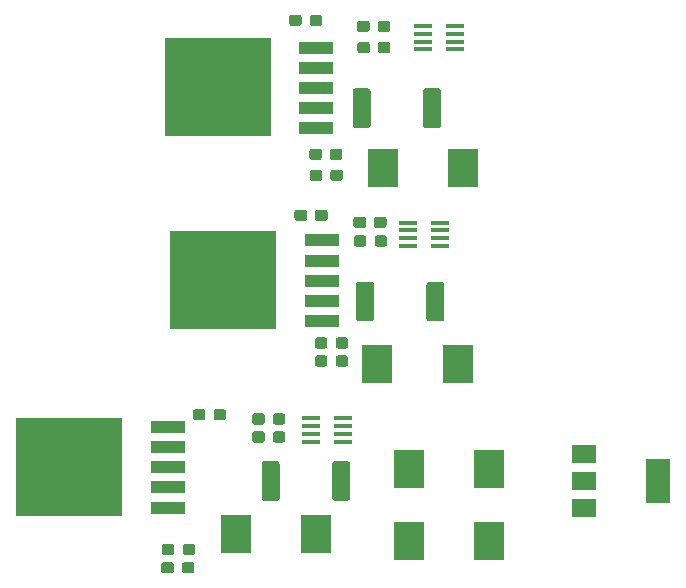
<source format=gbr>
G04 #@! TF.GenerationSoftware,KiCad,Pcbnew,6.0.0-rc1-unknown-7a10feb~66~ubuntu18.04.1*
G04 #@! TF.CreationDate,2018-08-22T16:05:21-05:00*
G04 #@! TF.ProjectId,smart-regulator,736D6172742D726567756C61746F722E,rev?*
G04 #@! TF.SameCoordinates,Original*
G04 #@! TF.FileFunction,Paste,Bot*
G04 #@! TF.FilePolarity,Positive*
%FSLAX46Y46*%
G04 Gerber Fmt 4.6, Leading zero omitted, Abs format (unit mm)*
G04 Created by KiCad (PCBNEW 6.0.0-rc1-unknown-7a10feb~66~ubuntu18.04.1) date Wed Aug 22 16:05:21 2018*
%MOMM*%
%LPD*%
G01*
G04 APERTURE LIST*
%ADD10R,1.560000X0.400000*%
%ADD11R,9.000000X8.330000*%
%ADD12R,3.000000X1.070000*%
%ADD13C,0.100000*%
%ADD14C,0.950000*%
%ADD15C,1.525000*%
%ADD16R,2.000000X3.800000*%
%ADD17R,2.000000X1.500000*%
%ADD18R,2.500000X3.300000*%
G04 APERTURE END LIST*
D10*
G04 #@! TO.C,U9*
X155116000Y-106846000D03*
X155116000Y-106196000D03*
X155116000Y-105536000D03*
X155116000Y-104886000D03*
X152416000Y-104886000D03*
X152416000Y-105536000D03*
X152416000Y-106196000D03*
X152416000Y-106846000D03*
G04 #@! TD*
D11*
G04 #@! TO.C,U4*
X123750000Y-125560000D03*
D12*
X132050000Y-122200000D03*
X132050000Y-125600000D03*
X132050000Y-123900000D03*
X132050000Y-127300000D03*
X132050000Y-129000000D03*
G04 #@! TD*
G04 #@! TO.C,U5*
X144587000Y-96850000D03*
X144587000Y-95150000D03*
X144587000Y-91750000D03*
X144587000Y-93450000D03*
X144587000Y-90050000D03*
D11*
X136287000Y-93410000D03*
G04 #@! TD*
D13*
G04 #@! TO.C,R12*
G36*
X145372779Y-114593144D02*
X145395834Y-114596563D01*
X145418443Y-114602227D01*
X145440387Y-114610079D01*
X145461457Y-114620044D01*
X145481448Y-114632026D01*
X145500168Y-114645910D01*
X145517438Y-114661562D01*
X145533090Y-114678832D01*
X145546974Y-114697552D01*
X145558956Y-114717543D01*
X145568921Y-114738613D01*
X145576773Y-114760557D01*
X145582437Y-114783166D01*
X145585856Y-114806221D01*
X145587000Y-114829500D01*
X145587000Y-115304500D01*
X145585856Y-115327779D01*
X145582437Y-115350834D01*
X145576773Y-115373443D01*
X145568921Y-115395387D01*
X145558956Y-115416457D01*
X145546974Y-115436448D01*
X145533090Y-115455168D01*
X145517438Y-115472438D01*
X145500168Y-115488090D01*
X145481448Y-115501974D01*
X145461457Y-115513956D01*
X145440387Y-115523921D01*
X145418443Y-115531773D01*
X145395834Y-115537437D01*
X145372779Y-115540856D01*
X145349500Y-115542000D01*
X144774500Y-115542000D01*
X144751221Y-115540856D01*
X144728166Y-115537437D01*
X144705557Y-115531773D01*
X144683613Y-115523921D01*
X144662543Y-115513956D01*
X144642552Y-115501974D01*
X144623832Y-115488090D01*
X144606562Y-115472438D01*
X144590910Y-115455168D01*
X144577026Y-115436448D01*
X144565044Y-115416457D01*
X144555079Y-115395387D01*
X144547227Y-115373443D01*
X144541563Y-115350834D01*
X144538144Y-115327779D01*
X144537000Y-115304500D01*
X144537000Y-114829500D01*
X144538144Y-114806221D01*
X144541563Y-114783166D01*
X144547227Y-114760557D01*
X144555079Y-114738613D01*
X144565044Y-114717543D01*
X144577026Y-114697552D01*
X144590910Y-114678832D01*
X144606562Y-114661562D01*
X144623832Y-114645910D01*
X144642552Y-114632026D01*
X144662543Y-114620044D01*
X144683613Y-114610079D01*
X144705557Y-114602227D01*
X144728166Y-114596563D01*
X144751221Y-114593144D01*
X144774500Y-114592000D01*
X145349500Y-114592000D01*
X145372779Y-114593144D01*
X145372779Y-114593144D01*
G37*
D14*
X145062000Y-115067000D03*
D13*
G36*
X147122779Y-114593144D02*
X147145834Y-114596563D01*
X147168443Y-114602227D01*
X147190387Y-114610079D01*
X147211457Y-114620044D01*
X147231448Y-114632026D01*
X147250168Y-114645910D01*
X147267438Y-114661562D01*
X147283090Y-114678832D01*
X147296974Y-114697552D01*
X147308956Y-114717543D01*
X147318921Y-114738613D01*
X147326773Y-114760557D01*
X147332437Y-114783166D01*
X147335856Y-114806221D01*
X147337000Y-114829500D01*
X147337000Y-115304500D01*
X147335856Y-115327779D01*
X147332437Y-115350834D01*
X147326773Y-115373443D01*
X147318921Y-115395387D01*
X147308956Y-115416457D01*
X147296974Y-115436448D01*
X147283090Y-115455168D01*
X147267438Y-115472438D01*
X147250168Y-115488090D01*
X147231448Y-115501974D01*
X147211457Y-115513956D01*
X147190387Y-115523921D01*
X147168443Y-115531773D01*
X147145834Y-115537437D01*
X147122779Y-115540856D01*
X147099500Y-115542000D01*
X146524500Y-115542000D01*
X146501221Y-115540856D01*
X146478166Y-115537437D01*
X146455557Y-115531773D01*
X146433613Y-115523921D01*
X146412543Y-115513956D01*
X146392552Y-115501974D01*
X146373832Y-115488090D01*
X146356562Y-115472438D01*
X146340910Y-115455168D01*
X146327026Y-115436448D01*
X146315044Y-115416457D01*
X146305079Y-115395387D01*
X146297227Y-115373443D01*
X146291563Y-115350834D01*
X146288144Y-115327779D01*
X146287000Y-115304500D01*
X146287000Y-114829500D01*
X146288144Y-114806221D01*
X146291563Y-114783166D01*
X146297227Y-114760557D01*
X146305079Y-114738613D01*
X146315044Y-114717543D01*
X146327026Y-114697552D01*
X146340910Y-114678832D01*
X146356562Y-114661562D01*
X146373832Y-114645910D01*
X146392552Y-114632026D01*
X146412543Y-114620044D01*
X146433613Y-114610079D01*
X146455557Y-114602227D01*
X146478166Y-114596563D01*
X146501221Y-114593144D01*
X146524500Y-114592000D01*
X147099500Y-114592000D01*
X147122779Y-114593144D01*
X147122779Y-114593144D01*
G37*
D14*
X146812000Y-115067000D03*
G04 #@! TD*
D13*
G04 #@! TO.C,R13*
G36*
X132410779Y-132076144D02*
X132433834Y-132079563D01*
X132456443Y-132085227D01*
X132478387Y-132093079D01*
X132499457Y-132103044D01*
X132519448Y-132115026D01*
X132538168Y-132128910D01*
X132555438Y-132144562D01*
X132571090Y-132161832D01*
X132584974Y-132180552D01*
X132596956Y-132200543D01*
X132606921Y-132221613D01*
X132614773Y-132243557D01*
X132620437Y-132266166D01*
X132623856Y-132289221D01*
X132625000Y-132312500D01*
X132625000Y-132787500D01*
X132623856Y-132810779D01*
X132620437Y-132833834D01*
X132614773Y-132856443D01*
X132606921Y-132878387D01*
X132596956Y-132899457D01*
X132584974Y-132919448D01*
X132571090Y-132938168D01*
X132555438Y-132955438D01*
X132538168Y-132971090D01*
X132519448Y-132984974D01*
X132499457Y-132996956D01*
X132478387Y-133006921D01*
X132456443Y-133014773D01*
X132433834Y-133020437D01*
X132410779Y-133023856D01*
X132387500Y-133025000D01*
X131812500Y-133025000D01*
X131789221Y-133023856D01*
X131766166Y-133020437D01*
X131743557Y-133014773D01*
X131721613Y-133006921D01*
X131700543Y-132996956D01*
X131680552Y-132984974D01*
X131661832Y-132971090D01*
X131644562Y-132955438D01*
X131628910Y-132938168D01*
X131615026Y-132919448D01*
X131603044Y-132899457D01*
X131593079Y-132878387D01*
X131585227Y-132856443D01*
X131579563Y-132833834D01*
X131576144Y-132810779D01*
X131575000Y-132787500D01*
X131575000Y-132312500D01*
X131576144Y-132289221D01*
X131579563Y-132266166D01*
X131585227Y-132243557D01*
X131593079Y-132221613D01*
X131603044Y-132200543D01*
X131615026Y-132180552D01*
X131628910Y-132161832D01*
X131644562Y-132144562D01*
X131661832Y-132128910D01*
X131680552Y-132115026D01*
X131700543Y-132103044D01*
X131721613Y-132093079D01*
X131743557Y-132085227D01*
X131766166Y-132079563D01*
X131789221Y-132076144D01*
X131812500Y-132075000D01*
X132387500Y-132075000D01*
X132410779Y-132076144D01*
X132410779Y-132076144D01*
G37*
D14*
X132100000Y-132550000D03*
D13*
G36*
X134160779Y-132076144D02*
X134183834Y-132079563D01*
X134206443Y-132085227D01*
X134228387Y-132093079D01*
X134249457Y-132103044D01*
X134269448Y-132115026D01*
X134288168Y-132128910D01*
X134305438Y-132144562D01*
X134321090Y-132161832D01*
X134334974Y-132180552D01*
X134346956Y-132200543D01*
X134356921Y-132221613D01*
X134364773Y-132243557D01*
X134370437Y-132266166D01*
X134373856Y-132289221D01*
X134375000Y-132312500D01*
X134375000Y-132787500D01*
X134373856Y-132810779D01*
X134370437Y-132833834D01*
X134364773Y-132856443D01*
X134356921Y-132878387D01*
X134346956Y-132899457D01*
X134334974Y-132919448D01*
X134321090Y-132938168D01*
X134305438Y-132955438D01*
X134288168Y-132971090D01*
X134269448Y-132984974D01*
X134249457Y-132996956D01*
X134228387Y-133006921D01*
X134206443Y-133014773D01*
X134183834Y-133020437D01*
X134160779Y-133023856D01*
X134137500Y-133025000D01*
X133562500Y-133025000D01*
X133539221Y-133023856D01*
X133516166Y-133020437D01*
X133493557Y-133014773D01*
X133471613Y-133006921D01*
X133450543Y-132996956D01*
X133430552Y-132984974D01*
X133411832Y-132971090D01*
X133394562Y-132955438D01*
X133378910Y-132938168D01*
X133365026Y-132919448D01*
X133353044Y-132899457D01*
X133343079Y-132878387D01*
X133335227Y-132856443D01*
X133329563Y-132833834D01*
X133326144Y-132810779D01*
X133325000Y-132787500D01*
X133325000Y-132312500D01*
X133326144Y-132289221D01*
X133329563Y-132266166D01*
X133335227Y-132243557D01*
X133343079Y-132221613D01*
X133353044Y-132200543D01*
X133365026Y-132180552D01*
X133378910Y-132161832D01*
X133394562Y-132144562D01*
X133411832Y-132128910D01*
X133430552Y-132115026D01*
X133450543Y-132103044D01*
X133471613Y-132093079D01*
X133493557Y-132085227D01*
X133516166Y-132079563D01*
X133539221Y-132076144D01*
X133562500Y-132075000D01*
X134137500Y-132075000D01*
X134160779Y-132076144D01*
X134160779Y-132076144D01*
G37*
D14*
X133850000Y-132550000D03*
G04 #@! TD*
D13*
G04 #@! TO.C,R14*
G36*
X132360779Y-133626144D02*
X132383834Y-133629563D01*
X132406443Y-133635227D01*
X132428387Y-133643079D01*
X132449457Y-133653044D01*
X132469448Y-133665026D01*
X132488168Y-133678910D01*
X132505438Y-133694562D01*
X132521090Y-133711832D01*
X132534974Y-133730552D01*
X132546956Y-133750543D01*
X132556921Y-133771613D01*
X132564773Y-133793557D01*
X132570437Y-133816166D01*
X132573856Y-133839221D01*
X132575000Y-133862500D01*
X132575000Y-134337500D01*
X132573856Y-134360779D01*
X132570437Y-134383834D01*
X132564773Y-134406443D01*
X132556921Y-134428387D01*
X132546956Y-134449457D01*
X132534974Y-134469448D01*
X132521090Y-134488168D01*
X132505438Y-134505438D01*
X132488168Y-134521090D01*
X132469448Y-134534974D01*
X132449457Y-134546956D01*
X132428387Y-134556921D01*
X132406443Y-134564773D01*
X132383834Y-134570437D01*
X132360779Y-134573856D01*
X132337500Y-134575000D01*
X131762500Y-134575000D01*
X131739221Y-134573856D01*
X131716166Y-134570437D01*
X131693557Y-134564773D01*
X131671613Y-134556921D01*
X131650543Y-134546956D01*
X131630552Y-134534974D01*
X131611832Y-134521090D01*
X131594562Y-134505438D01*
X131578910Y-134488168D01*
X131565026Y-134469448D01*
X131553044Y-134449457D01*
X131543079Y-134428387D01*
X131535227Y-134406443D01*
X131529563Y-134383834D01*
X131526144Y-134360779D01*
X131525000Y-134337500D01*
X131525000Y-133862500D01*
X131526144Y-133839221D01*
X131529563Y-133816166D01*
X131535227Y-133793557D01*
X131543079Y-133771613D01*
X131553044Y-133750543D01*
X131565026Y-133730552D01*
X131578910Y-133711832D01*
X131594562Y-133694562D01*
X131611832Y-133678910D01*
X131630552Y-133665026D01*
X131650543Y-133653044D01*
X131671613Y-133643079D01*
X131693557Y-133635227D01*
X131716166Y-133629563D01*
X131739221Y-133626144D01*
X131762500Y-133625000D01*
X132337500Y-133625000D01*
X132360779Y-133626144D01*
X132360779Y-133626144D01*
G37*
D14*
X132050000Y-134100000D03*
D13*
G36*
X134110779Y-133626144D02*
X134133834Y-133629563D01*
X134156443Y-133635227D01*
X134178387Y-133643079D01*
X134199457Y-133653044D01*
X134219448Y-133665026D01*
X134238168Y-133678910D01*
X134255438Y-133694562D01*
X134271090Y-133711832D01*
X134284974Y-133730552D01*
X134296956Y-133750543D01*
X134306921Y-133771613D01*
X134314773Y-133793557D01*
X134320437Y-133816166D01*
X134323856Y-133839221D01*
X134325000Y-133862500D01*
X134325000Y-134337500D01*
X134323856Y-134360779D01*
X134320437Y-134383834D01*
X134314773Y-134406443D01*
X134306921Y-134428387D01*
X134296956Y-134449457D01*
X134284974Y-134469448D01*
X134271090Y-134488168D01*
X134255438Y-134505438D01*
X134238168Y-134521090D01*
X134219448Y-134534974D01*
X134199457Y-134546956D01*
X134178387Y-134556921D01*
X134156443Y-134564773D01*
X134133834Y-134570437D01*
X134110779Y-134573856D01*
X134087500Y-134575000D01*
X133512500Y-134575000D01*
X133489221Y-134573856D01*
X133466166Y-134570437D01*
X133443557Y-134564773D01*
X133421613Y-134556921D01*
X133400543Y-134546956D01*
X133380552Y-134534974D01*
X133361832Y-134521090D01*
X133344562Y-134505438D01*
X133328910Y-134488168D01*
X133315026Y-134469448D01*
X133303044Y-134449457D01*
X133293079Y-134428387D01*
X133285227Y-134406443D01*
X133279563Y-134383834D01*
X133276144Y-134360779D01*
X133275000Y-134337500D01*
X133275000Y-133862500D01*
X133276144Y-133839221D01*
X133279563Y-133816166D01*
X133285227Y-133793557D01*
X133293079Y-133771613D01*
X133303044Y-133750543D01*
X133315026Y-133730552D01*
X133328910Y-133711832D01*
X133344562Y-133694562D01*
X133361832Y-133678910D01*
X133380552Y-133665026D01*
X133400543Y-133653044D01*
X133421613Y-133643079D01*
X133443557Y-133635227D01*
X133466166Y-133629563D01*
X133489221Y-133626144D01*
X133512500Y-133625000D01*
X134087500Y-133625000D01*
X134110779Y-133626144D01*
X134110779Y-133626144D01*
G37*
D14*
X133800000Y-134100000D03*
G04 #@! TD*
D13*
G04 #@! TO.C,R15*
G36*
X146647779Y-98611144D02*
X146670834Y-98614563D01*
X146693443Y-98620227D01*
X146715387Y-98628079D01*
X146736457Y-98638044D01*
X146756448Y-98650026D01*
X146775168Y-98663910D01*
X146792438Y-98679562D01*
X146808090Y-98696832D01*
X146821974Y-98715552D01*
X146833956Y-98735543D01*
X146843921Y-98756613D01*
X146851773Y-98778557D01*
X146857437Y-98801166D01*
X146860856Y-98824221D01*
X146862000Y-98847500D01*
X146862000Y-99322500D01*
X146860856Y-99345779D01*
X146857437Y-99368834D01*
X146851773Y-99391443D01*
X146843921Y-99413387D01*
X146833956Y-99434457D01*
X146821974Y-99454448D01*
X146808090Y-99473168D01*
X146792438Y-99490438D01*
X146775168Y-99506090D01*
X146756448Y-99519974D01*
X146736457Y-99531956D01*
X146715387Y-99541921D01*
X146693443Y-99549773D01*
X146670834Y-99555437D01*
X146647779Y-99558856D01*
X146624500Y-99560000D01*
X146049500Y-99560000D01*
X146026221Y-99558856D01*
X146003166Y-99555437D01*
X145980557Y-99549773D01*
X145958613Y-99541921D01*
X145937543Y-99531956D01*
X145917552Y-99519974D01*
X145898832Y-99506090D01*
X145881562Y-99490438D01*
X145865910Y-99473168D01*
X145852026Y-99454448D01*
X145840044Y-99434457D01*
X145830079Y-99413387D01*
X145822227Y-99391443D01*
X145816563Y-99368834D01*
X145813144Y-99345779D01*
X145812000Y-99322500D01*
X145812000Y-98847500D01*
X145813144Y-98824221D01*
X145816563Y-98801166D01*
X145822227Y-98778557D01*
X145830079Y-98756613D01*
X145840044Y-98735543D01*
X145852026Y-98715552D01*
X145865910Y-98696832D01*
X145881562Y-98679562D01*
X145898832Y-98663910D01*
X145917552Y-98650026D01*
X145937543Y-98638044D01*
X145958613Y-98628079D01*
X145980557Y-98620227D01*
X146003166Y-98614563D01*
X146026221Y-98611144D01*
X146049500Y-98610000D01*
X146624500Y-98610000D01*
X146647779Y-98611144D01*
X146647779Y-98611144D01*
G37*
D14*
X146337000Y-99085000D03*
D13*
G36*
X144897779Y-98611144D02*
X144920834Y-98614563D01*
X144943443Y-98620227D01*
X144965387Y-98628079D01*
X144986457Y-98638044D01*
X145006448Y-98650026D01*
X145025168Y-98663910D01*
X145042438Y-98679562D01*
X145058090Y-98696832D01*
X145071974Y-98715552D01*
X145083956Y-98735543D01*
X145093921Y-98756613D01*
X145101773Y-98778557D01*
X145107437Y-98801166D01*
X145110856Y-98824221D01*
X145112000Y-98847500D01*
X145112000Y-99322500D01*
X145110856Y-99345779D01*
X145107437Y-99368834D01*
X145101773Y-99391443D01*
X145093921Y-99413387D01*
X145083956Y-99434457D01*
X145071974Y-99454448D01*
X145058090Y-99473168D01*
X145042438Y-99490438D01*
X145025168Y-99506090D01*
X145006448Y-99519974D01*
X144986457Y-99531956D01*
X144965387Y-99541921D01*
X144943443Y-99549773D01*
X144920834Y-99555437D01*
X144897779Y-99558856D01*
X144874500Y-99560000D01*
X144299500Y-99560000D01*
X144276221Y-99558856D01*
X144253166Y-99555437D01*
X144230557Y-99549773D01*
X144208613Y-99541921D01*
X144187543Y-99531956D01*
X144167552Y-99519974D01*
X144148832Y-99506090D01*
X144131562Y-99490438D01*
X144115910Y-99473168D01*
X144102026Y-99454448D01*
X144090044Y-99434457D01*
X144080079Y-99413387D01*
X144072227Y-99391443D01*
X144066563Y-99368834D01*
X144063144Y-99345779D01*
X144062000Y-99322500D01*
X144062000Y-98847500D01*
X144063144Y-98824221D01*
X144066563Y-98801166D01*
X144072227Y-98778557D01*
X144080079Y-98756613D01*
X144090044Y-98735543D01*
X144102026Y-98715552D01*
X144115910Y-98696832D01*
X144131562Y-98679562D01*
X144148832Y-98663910D01*
X144167552Y-98650026D01*
X144187543Y-98638044D01*
X144208613Y-98628079D01*
X144230557Y-98620227D01*
X144253166Y-98614563D01*
X144276221Y-98611144D01*
X144299500Y-98610000D01*
X144874500Y-98610000D01*
X144897779Y-98611144D01*
X144897779Y-98611144D01*
G37*
D14*
X144587000Y-99085000D03*
G04 #@! TD*
D13*
G04 #@! TO.C,R16*
G36*
X146672779Y-100386144D02*
X146695834Y-100389563D01*
X146718443Y-100395227D01*
X146740387Y-100403079D01*
X146761457Y-100413044D01*
X146781448Y-100425026D01*
X146800168Y-100438910D01*
X146817438Y-100454562D01*
X146833090Y-100471832D01*
X146846974Y-100490552D01*
X146858956Y-100510543D01*
X146868921Y-100531613D01*
X146876773Y-100553557D01*
X146882437Y-100576166D01*
X146885856Y-100599221D01*
X146887000Y-100622500D01*
X146887000Y-101097500D01*
X146885856Y-101120779D01*
X146882437Y-101143834D01*
X146876773Y-101166443D01*
X146868921Y-101188387D01*
X146858956Y-101209457D01*
X146846974Y-101229448D01*
X146833090Y-101248168D01*
X146817438Y-101265438D01*
X146800168Y-101281090D01*
X146781448Y-101294974D01*
X146761457Y-101306956D01*
X146740387Y-101316921D01*
X146718443Y-101324773D01*
X146695834Y-101330437D01*
X146672779Y-101333856D01*
X146649500Y-101335000D01*
X146074500Y-101335000D01*
X146051221Y-101333856D01*
X146028166Y-101330437D01*
X146005557Y-101324773D01*
X145983613Y-101316921D01*
X145962543Y-101306956D01*
X145942552Y-101294974D01*
X145923832Y-101281090D01*
X145906562Y-101265438D01*
X145890910Y-101248168D01*
X145877026Y-101229448D01*
X145865044Y-101209457D01*
X145855079Y-101188387D01*
X145847227Y-101166443D01*
X145841563Y-101143834D01*
X145838144Y-101120779D01*
X145837000Y-101097500D01*
X145837000Y-100622500D01*
X145838144Y-100599221D01*
X145841563Y-100576166D01*
X145847227Y-100553557D01*
X145855079Y-100531613D01*
X145865044Y-100510543D01*
X145877026Y-100490552D01*
X145890910Y-100471832D01*
X145906562Y-100454562D01*
X145923832Y-100438910D01*
X145942552Y-100425026D01*
X145962543Y-100413044D01*
X145983613Y-100403079D01*
X146005557Y-100395227D01*
X146028166Y-100389563D01*
X146051221Y-100386144D01*
X146074500Y-100385000D01*
X146649500Y-100385000D01*
X146672779Y-100386144D01*
X146672779Y-100386144D01*
G37*
D14*
X146362000Y-100860000D03*
D13*
G36*
X144922779Y-100386144D02*
X144945834Y-100389563D01*
X144968443Y-100395227D01*
X144990387Y-100403079D01*
X145011457Y-100413044D01*
X145031448Y-100425026D01*
X145050168Y-100438910D01*
X145067438Y-100454562D01*
X145083090Y-100471832D01*
X145096974Y-100490552D01*
X145108956Y-100510543D01*
X145118921Y-100531613D01*
X145126773Y-100553557D01*
X145132437Y-100576166D01*
X145135856Y-100599221D01*
X145137000Y-100622500D01*
X145137000Y-101097500D01*
X145135856Y-101120779D01*
X145132437Y-101143834D01*
X145126773Y-101166443D01*
X145118921Y-101188387D01*
X145108956Y-101209457D01*
X145096974Y-101229448D01*
X145083090Y-101248168D01*
X145067438Y-101265438D01*
X145050168Y-101281090D01*
X145031448Y-101294974D01*
X145011457Y-101306956D01*
X144990387Y-101316921D01*
X144968443Y-101324773D01*
X144945834Y-101330437D01*
X144922779Y-101333856D01*
X144899500Y-101335000D01*
X144324500Y-101335000D01*
X144301221Y-101333856D01*
X144278166Y-101330437D01*
X144255557Y-101324773D01*
X144233613Y-101316921D01*
X144212543Y-101306956D01*
X144192552Y-101294974D01*
X144173832Y-101281090D01*
X144156562Y-101265438D01*
X144140910Y-101248168D01*
X144127026Y-101229448D01*
X144115044Y-101209457D01*
X144105079Y-101188387D01*
X144097227Y-101166443D01*
X144091563Y-101143834D01*
X144088144Y-101120779D01*
X144087000Y-101097500D01*
X144087000Y-100622500D01*
X144088144Y-100599221D01*
X144091563Y-100576166D01*
X144097227Y-100553557D01*
X144105079Y-100531613D01*
X144115044Y-100510543D01*
X144127026Y-100490552D01*
X144140910Y-100471832D01*
X144156562Y-100454562D01*
X144173832Y-100438910D01*
X144192552Y-100425026D01*
X144212543Y-100413044D01*
X144233613Y-100403079D01*
X144255557Y-100395227D01*
X144278166Y-100389563D01*
X144301221Y-100386144D01*
X144324500Y-100385000D01*
X144899500Y-100385000D01*
X144922779Y-100386144D01*
X144922779Y-100386144D01*
G37*
D14*
X144612000Y-100860000D03*
G04 #@! TD*
D13*
G04 #@! TO.C,C8*
G36*
X148938779Y-87783144D02*
X148961834Y-87786563D01*
X148984443Y-87792227D01*
X149006387Y-87800079D01*
X149027457Y-87810044D01*
X149047448Y-87822026D01*
X149066168Y-87835910D01*
X149083438Y-87851562D01*
X149099090Y-87868832D01*
X149112974Y-87887552D01*
X149124956Y-87907543D01*
X149134921Y-87928613D01*
X149142773Y-87950557D01*
X149148437Y-87973166D01*
X149151856Y-87996221D01*
X149153000Y-88019500D01*
X149153000Y-88494500D01*
X149151856Y-88517779D01*
X149148437Y-88540834D01*
X149142773Y-88563443D01*
X149134921Y-88585387D01*
X149124956Y-88606457D01*
X149112974Y-88626448D01*
X149099090Y-88645168D01*
X149083438Y-88662438D01*
X149066168Y-88678090D01*
X149047448Y-88691974D01*
X149027457Y-88703956D01*
X149006387Y-88713921D01*
X148984443Y-88721773D01*
X148961834Y-88727437D01*
X148938779Y-88730856D01*
X148915500Y-88732000D01*
X148340500Y-88732000D01*
X148317221Y-88730856D01*
X148294166Y-88727437D01*
X148271557Y-88721773D01*
X148249613Y-88713921D01*
X148228543Y-88703956D01*
X148208552Y-88691974D01*
X148189832Y-88678090D01*
X148172562Y-88662438D01*
X148156910Y-88645168D01*
X148143026Y-88626448D01*
X148131044Y-88606457D01*
X148121079Y-88585387D01*
X148113227Y-88563443D01*
X148107563Y-88540834D01*
X148104144Y-88517779D01*
X148103000Y-88494500D01*
X148103000Y-88019500D01*
X148104144Y-87996221D01*
X148107563Y-87973166D01*
X148113227Y-87950557D01*
X148121079Y-87928613D01*
X148131044Y-87907543D01*
X148143026Y-87887552D01*
X148156910Y-87868832D01*
X148172562Y-87851562D01*
X148189832Y-87835910D01*
X148208552Y-87822026D01*
X148228543Y-87810044D01*
X148249613Y-87800079D01*
X148271557Y-87792227D01*
X148294166Y-87786563D01*
X148317221Y-87783144D01*
X148340500Y-87782000D01*
X148915500Y-87782000D01*
X148938779Y-87783144D01*
X148938779Y-87783144D01*
G37*
D14*
X148628000Y-88257000D03*
D13*
G36*
X150688779Y-87783144D02*
X150711834Y-87786563D01*
X150734443Y-87792227D01*
X150756387Y-87800079D01*
X150777457Y-87810044D01*
X150797448Y-87822026D01*
X150816168Y-87835910D01*
X150833438Y-87851562D01*
X150849090Y-87868832D01*
X150862974Y-87887552D01*
X150874956Y-87907543D01*
X150884921Y-87928613D01*
X150892773Y-87950557D01*
X150898437Y-87973166D01*
X150901856Y-87996221D01*
X150903000Y-88019500D01*
X150903000Y-88494500D01*
X150901856Y-88517779D01*
X150898437Y-88540834D01*
X150892773Y-88563443D01*
X150884921Y-88585387D01*
X150874956Y-88606457D01*
X150862974Y-88626448D01*
X150849090Y-88645168D01*
X150833438Y-88662438D01*
X150816168Y-88678090D01*
X150797448Y-88691974D01*
X150777457Y-88703956D01*
X150756387Y-88713921D01*
X150734443Y-88721773D01*
X150711834Y-88727437D01*
X150688779Y-88730856D01*
X150665500Y-88732000D01*
X150090500Y-88732000D01*
X150067221Y-88730856D01*
X150044166Y-88727437D01*
X150021557Y-88721773D01*
X149999613Y-88713921D01*
X149978543Y-88703956D01*
X149958552Y-88691974D01*
X149939832Y-88678090D01*
X149922562Y-88662438D01*
X149906910Y-88645168D01*
X149893026Y-88626448D01*
X149881044Y-88606457D01*
X149871079Y-88585387D01*
X149863227Y-88563443D01*
X149857563Y-88540834D01*
X149854144Y-88517779D01*
X149853000Y-88494500D01*
X149853000Y-88019500D01*
X149854144Y-87996221D01*
X149857563Y-87973166D01*
X149863227Y-87950557D01*
X149871079Y-87928613D01*
X149881044Y-87907543D01*
X149893026Y-87887552D01*
X149906910Y-87868832D01*
X149922562Y-87851562D01*
X149939832Y-87835910D01*
X149958552Y-87822026D01*
X149978543Y-87810044D01*
X149999613Y-87800079D01*
X150021557Y-87792227D01*
X150044166Y-87786563D01*
X150067221Y-87783144D01*
X150090500Y-87782000D01*
X150665500Y-87782000D01*
X150688779Y-87783144D01*
X150688779Y-87783144D01*
G37*
D14*
X150378000Y-88257000D03*
G04 #@! TD*
D13*
G04 #@! TO.C,C9*
G36*
X150376779Y-104372144D02*
X150399834Y-104375563D01*
X150422443Y-104381227D01*
X150444387Y-104389079D01*
X150465457Y-104399044D01*
X150485448Y-104411026D01*
X150504168Y-104424910D01*
X150521438Y-104440562D01*
X150537090Y-104457832D01*
X150550974Y-104476552D01*
X150562956Y-104496543D01*
X150572921Y-104517613D01*
X150580773Y-104539557D01*
X150586437Y-104562166D01*
X150589856Y-104585221D01*
X150591000Y-104608500D01*
X150591000Y-105083500D01*
X150589856Y-105106779D01*
X150586437Y-105129834D01*
X150580773Y-105152443D01*
X150572921Y-105174387D01*
X150562956Y-105195457D01*
X150550974Y-105215448D01*
X150537090Y-105234168D01*
X150521438Y-105251438D01*
X150504168Y-105267090D01*
X150485448Y-105280974D01*
X150465457Y-105292956D01*
X150444387Y-105302921D01*
X150422443Y-105310773D01*
X150399834Y-105316437D01*
X150376779Y-105319856D01*
X150353500Y-105321000D01*
X149778500Y-105321000D01*
X149755221Y-105319856D01*
X149732166Y-105316437D01*
X149709557Y-105310773D01*
X149687613Y-105302921D01*
X149666543Y-105292956D01*
X149646552Y-105280974D01*
X149627832Y-105267090D01*
X149610562Y-105251438D01*
X149594910Y-105234168D01*
X149581026Y-105215448D01*
X149569044Y-105195457D01*
X149559079Y-105174387D01*
X149551227Y-105152443D01*
X149545563Y-105129834D01*
X149542144Y-105106779D01*
X149541000Y-105083500D01*
X149541000Y-104608500D01*
X149542144Y-104585221D01*
X149545563Y-104562166D01*
X149551227Y-104539557D01*
X149559079Y-104517613D01*
X149569044Y-104496543D01*
X149581026Y-104476552D01*
X149594910Y-104457832D01*
X149610562Y-104440562D01*
X149627832Y-104424910D01*
X149646552Y-104411026D01*
X149666543Y-104399044D01*
X149687613Y-104389079D01*
X149709557Y-104381227D01*
X149732166Y-104375563D01*
X149755221Y-104372144D01*
X149778500Y-104371000D01*
X150353500Y-104371000D01*
X150376779Y-104372144D01*
X150376779Y-104372144D01*
G37*
D14*
X150066000Y-104846000D03*
D13*
G36*
X148626779Y-104372144D02*
X148649834Y-104375563D01*
X148672443Y-104381227D01*
X148694387Y-104389079D01*
X148715457Y-104399044D01*
X148735448Y-104411026D01*
X148754168Y-104424910D01*
X148771438Y-104440562D01*
X148787090Y-104457832D01*
X148800974Y-104476552D01*
X148812956Y-104496543D01*
X148822921Y-104517613D01*
X148830773Y-104539557D01*
X148836437Y-104562166D01*
X148839856Y-104585221D01*
X148841000Y-104608500D01*
X148841000Y-105083500D01*
X148839856Y-105106779D01*
X148836437Y-105129834D01*
X148830773Y-105152443D01*
X148822921Y-105174387D01*
X148812956Y-105195457D01*
X148800974Y-105215448D01*
X148787090Y-105234168D01*
X148771438Y-105251438D01*
X148754168Y-105267090D01*
X148735448Y-105280974D01*
X148715457Y-105292956D01*
X148694387Y-105302921D01*
X148672443Y-105310773D01*
X148649834Y-105316437D01*
X148626779Y-105319856D01*
X148603500Y-105321000D01*
X148028500Y-105321000D01*
X148005221Y-105319856D01*
X147982166Y-105316437D01*
X147959557Y-105310773D01*
X147937613Y-105302921D01*
X147916543Y-105292956D01*
X147896552Y-105280974D01*
X147877832Y-105267090D01*
X147860562Y-105251438D01*
X147844910Y-105234168D01*
X147831026Y-105215448D01*
X147819044Y-105195457D01*
X147809079Y-105174387D01*
X147801227Y-105152443D01*
X147795563Y-105129834D01*
X147792144Y-105106779D01*
X147791000Y-105083500D01*
X147791000Y-104608500D01*
X147792144Y-104585221D01*
X147795563Y-104562166D01*
X147801227Y-104539557D01*
X147809079Y-104517613D01*
X147819044Y-104496543D01*
X147831026Y-104476552D01*
X147844910Y-104457832D01*
X147860562Y-104440562D01*
X147877832Y-104424910D01*
X147896552Y-104411026D01*
X147916543Y-104399044D01*
X147937613Y-104389079D01*
X147959557Y-104381227D01*
X147982166Y-104375563D01*
X148005221Y-104372144D01*
X148028500Y-104371000D01*
X148603500Y-104371000D01*
X148626779Y-104372144D01*
X148626779Y-104372144D01*
G37*
D14*
X148316000Y-104846000D03*
G04 #@! TD*
D13*
G04 #@! TO.C,C10*
G36*
X140060779Y-121026144D02*
X140083834Y-121029563D01*
X140106443Y-121035227D01*
X140128387Y-121043079D01*
X140149457Y-121053044D01*
X140169448Y-121065026D01*
X140188168Y-121078910D01*
X140205438Y-121094562D01*
X140221090Y-121111832D01*
X140234974Y-121130552D01*
X140246956Y-121150543D01*
X140256921Y-121171613D01*
X140264773Y-121193557D01*
X140270437Y-121216166D01*
X140273856Y-121239221D01*
X140275000Y-121262500D01*
X140275000Y-121737500D01*
X140273856Y-121760779D01*
X140270437Y-121783834D01*
X140264773Y-121806443D01*
X140256921Y-121828387D01*
X140246956Y-121849457D01*
X140234974Y-121869448D01*
X140221090Y-121888168D01*
X140205438Y-121905438D01*
X140188168Y-121921090D01*
X140169448Y-121934974D01*
X140149457Y-121946956D01*
X140128387Y-121956921D01*
X140106443Y-121964773D01*
X140083834Y-121970437D01*
X140060779Y-121973856D01*
X140037500Y-121975000D01*
X139462500Y-121975000D01*
X139439221Y-121973856D01*
X139416166Y-121970437D01*
X139393557Y-121964773D01*
X139371613Y-121956921D01*
X139350543Y-121946956D01*
X139330552Y-121934974D01*
X139311832Y-121921090D01*
X139294562Y-121905438D01*
X139278910Y-121888168D01*
X139265026Y-121869448D01*
X139253044Y-121849457D01*
X139243079Y-121828387D01*
X139235227Y-121806443D01*
X139229563Y-121783834D01*
X139226144Y-121760779D01*
X139225000Y-121737500D01*
X139225000Y-121262500D01*
X139226144Y-121239221D01*
X139229563Y-121216166D01*
X139235227Y-121193557D01*
X139243079Y-121171613D01*
X139253044Y-121150543D01*
X139265026Y-121130552D01*
X139278910Y-121111832D01*
X139294562Y-121094562D01*
X139311832Y-121078910D01*
X139330552Y-121065026D01*
X139350543Y-121053044D01*
X139371613Y-121043079D01*
X139393557Y-121035227D01*
X139416166Y-121029563D01*
X139439221Y-121026144D01*
X139462500Y-121025000D01*
X140037500Y-121025000D01*
X140060779Y-121026144D01*
X140060779Y-121026144D01*
G37*
D14*
X139750000Y-121500000D03*
D13*
G36*
X141810779Y-121026144D02*
X141833834Y-121029563D01*
X141856443Y-121035227D01*
X141878387Y-121043079D01*
X141899457Y-121053044D01*
X141919448Y-121065026D01*
X141938168Y-121078910D01*
X141955438Y-121094562D01*
X141971090Y-121111832D01*
X141984974Y-121130552D01*
X141996956Y-121150543D01*
X142006921Y-121171613D01*
X142014773Y-121193557D01*
X142020437Y-121216166D01*
X142023856Y-121239221D01*
X142025000Y-121262500D01*
X142025000Y-121737500D01*
X142023856Y-121760779D01*
X142020437Y-121783834D01*
X142014773Y-121806443D01*
X142006921Y-121828387D01*
X141996956Y-121849457D01*
X141984974Y-121869448D01*
X141971090Y-121888168D01*
X141955438Y-121905438D01*
X141938168Y-121921090D01*
X141919448Y-121934974D01*
X141899457Y-121946956D01*
X141878387Y-121956921D01*
X141856443Y-121964773D01*
X141833834Y-121970437D01*
X141810779Y-121973856D01*
X141787500Y-121975000D01*
X141212500Y-121975000D01*
X141189221Y-121973856D01*
X141166166Y-121970437D01*
X141143557Y-121964773D01*
X141121613Y-121956921D01*
X141100543Y-121946956D01*
X141080552Y-121934974D01*
X141061832Y-121921090D01*
X141044562Y-121905438D01*
X141028910Y-121888168D01*
X141015026Y-121869448D01*
X141003044Y-121849457D01*
X140993079Y-121828387D01*
X140985227Y-121806443D01*
X140979563Y-121783834D01*
X140976144Y-121760779D01*
X140975000Y-121737500D01*
X140975000Y-121262500D01*
X140976144Y-121239221D01*
X140979563Y-121216166D01*
X140985227Y-121193557D01*
X140993079Y-121171613D01*
X141003044Y-121150543D01*
X141015026Y-121130552D01*
X141028910Y-121111832D01*
X141044562Y-121094562D01*
X141061832Y-121078910D01*
X141080552Y-121065026D01*
X141100543Y-121053044D01*
X141121613Y-121043079D01*
X141143557Y-121035227D01*
X141166166Y-121029563D01*
X141189221Y-121026144D01*
X141212500Y-121025000D01*
X141787500Y-121025000D01*
X141810779Y-121026144D01*
X141810779Y-121026144D01*
G37*
D14*
X141500000Y-121500000D03*
G04 #@! TD*
D13*
G04 #@! TO.C,R7*
G36*
X149299005Y-109896204D02*
X149323273Y-109899804D01*
X149347072Y-109905765D01*
X149370171Y-109914030D01*
X149392350Y-109924520D01*
X149413393Y-109937132D01*
X149433099Y-109951747D01*
X149451277Y-109968223D01*
X149467753Y-109986401D01*
X149482368Y-110006107D01*
X149494980Y-110027150D01*
X149505470Y-110049329D01*
X149513735Y-110072428D01*
X149519696Y-110096227D01*
X149523296Y-110120495D01*
X149524500Y-110144999D01*
X149524500Y-112995001D01*
X149523296Y-113019505D01*
X149519696Y-113043773D01*
X149513735Y-113067572D01*
X149505470Y-113090671D01*
X149494980Y-113112850D01*
X149482368Y-113133893D01*
X149467753Y-113153599D01*
X149451277Y-113171777D01*
X149433099Y-113188253D01*
X149413393Y-113202868D01*
X149392350Y-113215480D01*
X149370171Y-113225970D01*
X149347072Y-113234235D01*
X149323273Y-113240196D01*
X149299005Y-113243796D01*
X149274501Y-113245000D01*
X148249499Y-113245000D01*
X148224995Y-113243796D01*
X148200727Y-113240196D01*
X148176928Y-113234235D01*
X148153829Y-113225970D01*
X148131650Y-113215480D01*
X148110607Y-113202868D01*
X148090901Y-113188253D01*
X148072723Y-113171777D01*
X148056247Y-113153599D01*
X148041632Y-113133893D01*
X148029020Y-113112850D01*
X148018530Y-113090671D01*
X148010265Y-113067572D01*
X148004304Y-113043773D01*
X148000704Y-113019505D01*
X147999500Y-112995001D01*
X147999500Y-110144999D01*
X148000704Y-110120495D01*
X148004304Y-110096227D01*
X148010265Y-110072428D01*
X148018530Y-110049329D01*
X148029020Y-110027150D01*
X148041632Y-110006107D01*
X148056247Y-109986401D01*
X148072723Y-109968223D01*
X148090901Y-109951747D01*
X148110607Y-109937132D01*
X148131650Y-109924520D01*
X148153829Y-109914030D01*
X148176928Y-109905765D01*
X148200727Y-109899804D01*
X148224995Y-109896204D01*
X148249499Y-109895000D01*
X149274501Y-109895000D01*
X149299005Y-109896204D01*
X149299005Y-109896204D01*
G37*
D15*
X148762000Y-111570000D03*
D13*
G36*
X155274005Y-109896204D02*
X155298273Y-109899804D01*
X155322072Y-109905765D01*
X155345171Y-109914030D01*
X155367350Y-109924520D01*
X155388393Y-109937132D01*
X155408099Y-109951747D01*
X155426277Y-109968223D01*
X155442753Y-109986401D01*
X155457368Y-110006107D01*
X155469980Y-110027150D01*
X155480470Y-110049329D01*
X155488735Y-110072428D01*
X155494696Y-110096227D01*
X155498296Y-110120495D01*
X155499500Y-110144999D01*
X155499500Y-112995001D01*
X155498296Y-113019505D01*
X155494696Y-113043773D01*
X155488735Y-113067572D01*
X155480470Y-113090671D01*
X155469980Y-113112850D01*
X155457368Y-113133893D01*
X155442753Y-113153599D01*
X155426277Y-113171777D01*
X155408099Y-113188253D01*
X155388393Y-113202868D01*
X155367350Y-113215480D01*
X155345171Y-113225970D01*
X155322072Y-113234235D01*
X155298273Y-113240196D01*
X155274005Y-113243796D01*
X155249501Y-113245000D01*
X154224499Y-113245000D01*
X154199995Y-113243796D01*
X154175727Y-113240196D01*
X154151928Y-113234235D01*
X154128829Y-113225970D01*
X154106650Y-113215480D01*
X154085607Y-113202868D01*
X154065901Y-113188253D01*
X154047723Y-113171777D01*
X154031247Y-113153599D01*
X154016632Y-113133893D01*
X154004020Y-113112850D01*
X153993530Y-113090671D01*
X153985265Y-113067572D01*
X153979304Y-113043773D01*
X153975704Y-113019505D01*
X153974500Y-112995001D01*
X153974500Y-110144999D01*
X153975704Y-110120495D01*
X153979304Y-110096227D01*
X153985265Y-110072428D01*
X153993530Y-110049329D01*
X154004020Y-110027150D01*
X154016632Y-110006107D01*
X154031247Y-109986401D01*
X154047723Y-109968223D01*
X154065901Y-109951747D01*
X154085607Y-109937132D01*
X154106650Y-109924520D01*
X154128829Y-109914030D01*
X154151928Y-109905765D01*
X154175727Y-109899804D01*
X154199995Y-109896204D01*
X154224499Y-109895000D01*
X155249501Y-109895000D01*
X155274005Y-109896204D01*
X155274005Y-109896204D01*
G37*
D15*
X154737000Y-111570000D03*
G04 #@! TD*
D13*
G04 #@! TO.C,R8*
G36*
X141313505Y-125072204D02*
X141337773Y-125075804D01*
X141361572Y-125081765D01*
X141384671Y-125090030D01*
X141406850Y-125100520D01*
X141427893Y-125113132D01*
X141447599Y-125127747D01*
X141465777Y-125144223D01*
X141482253Y-125162401D01*
X141496868Y-125182107D01*
X141509480Y-125203150D01*
X141519970Y-125225329D01*
X141528235Y-125248428D01*
X141534196Y-125272227D01*
X141537796Y-125296495D01*
X141539000Y-125320999D01*
X141539000Y-128171001D01*
X141537796Y-128195505D01*
X141534196Y-128219773D01*
X141528235Y-128243572D01*
X141519970Y-128266671D01*
X141509480Y-128288850D01*
X141496868Y-128309893D01*
X141482253Y-128329599D01*
X141465777Y-128347777D01*
X141447599Y-128364253D01*
X141427893Y-128378868D01*
X141406850Y-128391480D01*
X141384671Y-128401970D01*
X141361572Y-128410235D01*
X141337773Y-128416196D01*
X141313505Y-128419796D01*
X141289001Y-128421000D01*
X140263999Y-128421000D01*
X140239495Y-128419796D01*
X140215227Y-128416196D01*
X140191428Y-128410235D01*
X140168329Y-128401970D01*
X140146150Y-128391480D01*
X140125107Y-128378868D01*
X140105401Y-128364253D01*
X140087223Y-128347777D01*
X140070747Y-128329599D01*
X140056132Y-128309893D01*
X140043520Y-128288850D01*
X140033030Y-128266671D01*
X140024765Y-128243572D01*
X140018804Y-128219773D01*
X140015204Y-128195505D01*
X140014000Y-128171001D01*
X140014000Y-125320999D01*
X140015204Y-125296495D01*
X140018804Y-125272227D01*
X140024765Y-125248428D01*
X140033030Y-125225329D01*
X140043520Y-125203150D01*
X140056132Y-125182107D01*
X140070747Y-125162401D01*
X140087223Y-125144223D01*
X140105401Y-125127747D01*
X140125107Y-125113132D01*
X140146150Y-125100520D01*
X140168329Y-125090030D01*
X140191428Y-125081765D01*
X140215227Y-125075804D01*
X140239495Y-125072204D01*
X140263999Y-125071000D01*
X141289001Y-125071000D01*
X141313505Y-125072204D01*
X141313505Y-125072204D01*
G37*
D15*
X140776500Y-126746000D03*
D13*
G36*
X147288505Y-125072204D02*
X147312773Y-125075804D01*
X147336572Y-125081765D01*
X147359671Y-125090030D01*
X147381850Y-125100520D01*
X147402893Y-125113132D01*
X147422599Y-125127747D01*
X147440777Y-125144223D01*
X147457253Y-125162401D01*
X147471868Y-125182107D01*
X147484480Y-125203150D01*
X147494970Y-125225329D01*
X147503235Y-125248428D01*
X147509196Y-125272227D01*
X147512796Y-125296495D01*
X147514000Y-125320999D01*
X147514000Y-128171001D01*
X147512796Y-128195505D01*
X147509196Y-128219773D01*
X147503235Y-128243572D01*
X147494970Y-128266671D01*
X147484480Y-128288850D01*
X147471868Y-128309893D01*
X147457253Y-128329599D01*
X147440777Y-128347777D01*
X147422599Y-128364253D01*
X147402893Y-128378868D01*
X147381850Y-128391480D01*
X147359671Y-128401970D01*
X147336572Y-128410235D01*
X147312773Y-128416196D01*
X147288505Y-128419796D01*
X147264001Y-128421000D01*
X146238999Y-128421000D01*
X146214495Y-128419796D01*
X146190227Y-128416196D01*
X146166428Y-128410235D01*
X146143329Y-128401970D01*
X146121150Y-128391480D01*
X146100107Y-128378868D01*
X146080401Y-128364253D01*
X146062223Y-128347777D01*
X146045747Y-128329599D01*
X146031132Y-128309893D01*
X146018520Y-128288850D01*
X146008030Y-128266671D01*
X145999765Y-128243572D01*
X145993804Y-128219773D01*
X145990204Y-128195505D01*
X145989000Y-128171001D01*
X145989000Y-125320999D01*
X145990204Y-125296495D01*
X145993804Y-125272227D01*
X145999765Y-125248428D01*
X146008030Y-125225329D01*
X146018520Y-125203150D01*
X146031132Y-125182107D01*
X146045747Y-125162401D01*
X146062223Y-125144223D01*
X146080401Y-125127747D01*
X146100107Y-125113132D01*
X146121150Y-125100520D01*
X146143329Y-125090030D01*
X146166428Y-125081765D01*
X146190227Y-125075804D01*
X146214495Y-125072204D01*
X146238999Y-125071000D01*
X147264001Y-125071000D01*
X147288505Y-125072204D01*
X147288505Y-125072204D01*
G37*
D15*
X146751500Y-126746000D03*
G04 #@! TD*
D13*
G04 #@! TO.C,R10*
G36*
X154986505Y-93511204D02*
X155010773Y-93514804D01*
X155034572Y-93520765D01*
X155057671Y-93529030D01*
X155079850Y-93539520D01*
X155100893Y-93552132D01*
X155120599Y-93566747D01*
X155138777Y-93583223D01*
X155155253Y-93601401D01*
X155169868Y-93621107D01*
X155182480Y-93642150D01*
X155192970Y-93664329D01*
X155201235Y-93687428D01*
X155207196Y-93711227D01*
X155210796Y-93735495D01*
X155212000Y-93759999D01*
X155212000Y-96610001D01*
X155210796Y-96634505D01*
X155207196Y-96658773D01*
X155201235Y-96682572D01*
X155192970Y-96705671D01*
X155182480Y-96727850D01*
X155169868Y-96748893D01*
X155155253Y-96768599D01*
X155138777Y-96786777D01*
X155120599Y-96803253D01*
X155100893Y-96817868D01*
X155079850Y-96830480D01*
X155057671Y-96840970D01*
X155034572Y-96849235D01*
X155010773Y-96855196D01*
X154986505Y-96858796D01*
X154962001Y-96860000D01*
X153936999Y-96860000D01*
X153912495Y-96858796D01*
X153888227Y-96855196D01*
X153864428Y-96849235D01*
X153841329Y-96840970D01*
X153819150Y-96830480D01*
X153798107Y-96817868D01*
X153778401Y-96803253D01*
X153760223Y-96786777D01*
X153743747Y-96768599D01*
X153729132Y-96748893D01*
X153716520Y-96727850D01*
X153706030Y-96705671D01*
X153697765Y-96682572D01*
X153691804Y-96658773D01*
X153688204Y-96634505D01*
X153687000Y-96610001D01*
X153687000Y-93759999D01*
X153688204Y-93735495D01*
X153691804Y-93711227D01*
X153697765Y-93687428D01*
X153706030Y-93664329D01*
X153716520Y-93642150D01*
X153729132Y-93621107D01*
X153743747Y-93601401D01*
X153760223Y-93583223D01*
X153778401Y-93566747D01*
X153798107Y-93552132D01*
X153819150Y-93539520D01*
X153841329Y-93529030D01*
X153864428Y-93520765D01*
X153888227Y-93514804D01*
X153912495Y-93511204D01*
X153936999Y-93510000D01*
X154962001Y-93510000D01*
X154986505Y-93511204D01*
X154986505Y-93511204D01*
G37*
D15*
X154449500Y-95185000D03*
D13*
G36*
X149011505Y-93511204D02*
X149035773Y-93514804D01*
X149059572Y-93520765D01*
X149082671Y-93529030D01*
X149104850Y-93539520D01*
X149125893Y-93552132D01*
X149145599Y-93566747D01*
X149163777Y-93583223D01*
X149180253Y-93601401D01*
X149194868Y-93621107D01*
X149207480Y-93642150D01*
X149217970Y-93664329D01*
X149226235Y-93687428D01*
X149232196Y-93711227D01*
X149235796Y-93735495D01*
X149237000Y-93759999D01*
X149237000Y-96610001D01*
X149235796Y-96634505D01*
X149232196Y-96658773D01*
X149226235Y-96682572D01*
X149217970Y-96705671D01*
X149207480Y-96727850D01*
X149194868Y-96748893D01*
X149180253Y-96768599D01*
X149163777Y-96786777D01*
X149145599Y-96803253D01*
X149125893Y-96817868D01*
X149104850Y-96830480D01*
X149082671Y-96840970D01*
X149059572Y-96849235D01*
X149035773Y-96855196D01*
X149011505Y-96858796D01*
X148987001Y-96860000D01*
X147961999Y-96860000D01*
X147937495Y-96858796D01*
X147913227Y-96855196D01*
X147889428Y-96849235D01*
X147866329Y-96840970D01*
X147844150Y-96830480D01*
X147823107Y-96817868D01*
X147803401Y-96803253D01*
X147785223Y-96786777D01*
X147768747Y-96768599D01*
X147754132Y-96748893D01*
X147741520Y-96727850D01*
X147731030Y-96705671D01*
X147722765Y-96682572D01*
X147716804Y-96658773D01*
X147713204Y-96634505D01*
X147712000Y-96610001D01*
X147712000Y-93759999D01*
X147713204Y-93735495D01*
X147716804Y-93711227D01*
X147722765Y-93687428D01*
X147731030Y-93664329D01*
X147741520Y-93642150D01*
X147754132Y-93621107D01*
X147768747Y-93601401D01*
X147785223Y-93583223D01*
X147803401Y-93566747D01*
X147823107Y-93552132D01*
X147844150Y-93539520D01*
X147866329Y-93529030D01*
X147889428Y-93520765D01*
X147913227Y-93514804D01*
X147937495Y-93511204D01*
X147961999Y-93510000D01*
X148987001Y-93510000D01*
X149011505Y-93511204D01*
X149011505Y-93511204D01*
G37*
D15*
X148474500Y-95185000D03*
G04 #@! TD*
D13*
G04 #@! TO.C,R11*
G36*
X145372779Y-116112144D02*
X145395834Y-116115563D01*
X145418443Y-116121227D01*
X145440387Y-116129079D01*
X145461457Y-116139044D01*
X145481448Y-116151026D01*
X145500168Y-116164910D01*
X145517438Y-116180562D01*
X145533090Y-116197832D01*
X145546974Y-116216552D01*
X145558956Y-116236543D01*
X145568921Y-116257613D01*
X145576773Y-116279557D01*
X145582437Y-116302166D01*
X145585856Y-116325221D01*
X145587000Y-116348500D01*
X145587000Y-116823500D01*
X145585856Y-116846779D01*
X145582437Y-116869834D01*
X145576773Y-116892443D01*
X145568921Y-116914387D01*
X145558956Y-116935457D01*
X145546974Y-116955448D01*
X145533090Y-116974168D01*
X145517438Y-116991438D01*
X145500168Y-117007090D01*
X145481448Y-117020974D01*
X145461457Y-117032956D01*
X145440387Y-117042921D01*
X145418443Y-117050773D01*
X145395834Y-117056437D01*
X145372779Y-117059856D01*
X145349500Y-117061000D01*
X144774500Y-117061000D01*
X144751221Y-117059856D01*
X144728166Y-117056437D01*
X144705557Y-117050773D01*
X144683613Y-117042921D01*
X144662543Y-117032956D01*
X144642552Y-117020974D01*
X144623832Y-117007090D01*
X144606562Y-116991438D01*
X144590910Y-116974168D01*
X144577026Y-116955448D01*
X144565044Y-116935457D01*
X144555079Y-116914387D01*
X144547227Y-116892443D01*
X144541563Y-116869834D01*
X144538144Y-116846779D01*
X144537000Y-116823500D01*
X144537000Y-116348500D01*
X144538144Y-116325221D01*
X144541563Y-116302166D01*
X144547227Y-116279557D01*
X144555079Y-116257613D01*
X144565044Y-116236543D01*
X144577026Y-116216552D01*
X144590910Y-116197832D01*
X144606562Y-116180562D01*
X144623832Y-116164910D01*
X144642552Y-116151026D01*
X144662543Y-116139044D01*
X144683613Y-116129079D01*
X144705557Y-116121227D01*
X144728166Y-116115563D01*
X144751221Y-116112144D01*
X144774500Y-116111000D01*
X145349500Y-116111000D01*
X145372779Y-116112144D01*
X145372779Y-116112144D01*
G37*
D14*
X145062000Y-116586000D03*
D13*
G36*
X147122779Y-116112144D02*
X147145834Y-116115563D01*
X147168443Y-116121227D01*
X147190387Y-116129079D01*
X147211457Y-116139044D01*
X147231448Y-116151026D01*
X147250168Y-116164910D01*
X147267438Y-116180562D01*
X147283090Y-116197832D01*
X147296974Y-116216552D01*
X147308956Y-116236543D01*
X147318921Y-116257613D01*
X147326773Y-116279557D01*
X147332437Y-116302166D01*
X147335856Y-116325221D01*
X147337000Y-116348500D01*
X147337000Y-116823500D01*
X147335856Y-116846779D01*
X147332437Y-116869834D01*
X147326773Y-116892443D01*
X147318921Y-116914387D01*
X147308956Y-116935457D01*
X147296974Y-116955448D01*
X147283090Y-116974168D01*
X147267438Y-116991438D01*
X147250168Y-117007090D01*
X147231448Y-117020974D01*
X147211457Y-117032956D01*
X147190387Y-117042921D01*
X147168443Y-117050773D01*
X147145834Y-117056437D01*
X147122779Y-117059856D01*
X147099500Y-117061000D01*
X146524500Y-117061000D01*
X146501221Y-117059856D01*
X146478166Y-117056437D01*
X146455557Y-117050773D01*
X146433613Y-117042921D01*
X146412543Y-117032956D01*
X146392552Y-117020974D01*
X146373832Y-117007090D01*
X146356562Y-116991438D01*
X146340910Y-116974168D01*
X146327026Y-116955448D01*
X146315044Y-116935457D01*
X146305079Y-116914387D01*
X146297227Y-116892443D01*
X146291563Y-116869834D01*
X146288144Y-116846779D01*
X146287000Y-116823500D01*
X146287000Y-116348500D01*
X146288144Y-116325221D01*
X146291563Y-116302166D01*
X146297227Y-116279557D01*
X146305079Y-116257613D01*
X146315044Y-116236543D01*
X146327026Y-116216552D01*
X146340910Y-116197832D01*
X146356562Y-116180562D01*
X146373832Y-116164910D01*
X146392552Y-116151026D01*
X146412543Y-116139044D01*
X146433613Y-116129079D01*
X146455557Y-116121227D01*
X146478166Y-116115563D01*
X146501221Y-116112144D01*
X146524500Y-116111000D01*
X147099500Y-116111000D01*
X147122779Y-116112144D01*
X147122779Y-116112144D01*
G37*
D14*
X146812000Y-116586000D03*
G04 #@! TD*
D10*
G04 #@! TO.C,U8*
X156378000Y-90212000D03*
X156378000Y-89562000D03*
X156378000Y-88902000D03*
X156378000Y-88252000D03*
X153678000Y-88252000D03*
X153678000Y-88902000D03*
X153678000Y-89562000D03*
X153678000Y-90212000D03*
G04 #@! TD*
G04 #@! TO.C,U10*
X144192000Y-123408000D03*
X144192000Y-122758000D03*
X144192000Y-122098000D03*
X144192000Y-121448000D03*
X146892000Y-121448000D03*
X146892000Y-122098000D03*
X146892000Y-122758000D03*
X146892000Y-123408000D03*
G04 #@! TD*
D16*
G04 #@! TO.C,U12*
X173575000Y-126750000D03*
D17*
X167275000Y-126750000D03*
X167275000Y-124450000D03*
X167275000Y-129050000D03*
G04 #@! TD*
D12*
G04 #@! TO.C,U3*
X145087000Y-113185000D03*
X145087000Y-111485000D03*
X145087000Y-108085000D03*
X145087000Y-109785000D03*
X145087000Y-106385000D03*
D11*
X136787000Y-109745000D03*
G04 #@! TD*
D13*
G04 #@! TO.C,C5*
G36*
X148674779Y-105952144D02*
X148697834Y-105955563D01*
X148720443Y-105961227D01*
X148742387Y-105969079D01*
X148763457Y-105979044D01*
X148783448Y-105991026D01*
X148802168Y-106004910D01*
X148819438Y-106020562D01*
X148835090Y-106037832D01*
X148848974Y-106056552D01*
X148860956Y-106076543D01*
X148870921Y-106097613D01*
X148878773Y-106119557D01*
X148884437Y-106142166D01*
X148887856Y-106165221D01*
X148889000Y-106188500D01*
X148889000Y-106663500D01*
X148887856Y-106686779D01*
X148884437Y-106709834D01*
X148878773Y-106732443D01*
X148870921Y-106754387D01*
X148860956Y-106775457D01*
X148848974Y-106795448D01*
X148835090Y-106814168D01*
X148819438Y-106831438D01*
X148802168Y-106847090D01*
X148783448Y-106860974D01*
X148763457Y-106872956D01*
X148742387Y-106882921D01*
X148720443Y-106890773D01*
X148697834Y-106896437D01*
X148674779Y-106899856D01*
X148651500Y-106901000D01*
X148076500Y-106901000D01*
X148053221Y-106899856D01*
X148030166Y-106896437D01*
X148007557Y-106890773D01*
X147985613Y-106882921D01*
X147964543Y-106872956D01*
X147944552Y-106860974D01*
X147925832Y-106847090D01*
X147908562Y-106831438D01*
X147892910Y-106814168D01*
X147879026Y-106795448D01*
X147867044Y-106775457D01*
X147857079Y-106754387D01*
X147849227Y-106732443D01*
X147843563Y-106709834D01*
X147840144Y-106686779D01*
X147839000Y-106663500D01*
X147839000Y-106188500D01*
X147840144Y-106165221D01*
X147843563Y-106142166D01*
X147849227Y-106119557D01*
X147857079Y-106097613D01*
X147867044Y-106076543D01*
X147879026Y-106056552D01*
X147892910Y-106037832D01*
X147908562Y-106020562D01*
X147925832Y-106004910D01*
X147944552Y-105991026D01*
X147964543Y-105979044D01*
X147985613Y-105969079D01*
X148007557Y-105961227D01*
X148030166Y-105955563D01*
X148053221Y-105952144D01*
X148076500Y-105951000D01*
X148651500Y-105951000D01*
X148674779Y-105952144D01*
X148674779Y-105952144D01*
G37*
D14*
X148364000Y-106426000D03*
D13*
G36*
X150424779Y-105952144D02*
X150447834Y-105955563D01*
X150470443Y-105961227D01*
X150492387Y-105969079D01*
X150513457Y-105979044D01*
X150533448Y-105991026D01*
X150552168Y-106004910D01*
X150569438Y-106020562D01*
X150585090Y-106037832D01*
X150598974Y-106056552D01*
X150610956Y-106076543D01*
X150620921Y-106097613D01*
X150628773Y-106119557D01*
X150634437Y-106142166D01*
X150637856Y-106165221D01*
X150639000Y-106188500D01*
X150639000Y-106663500D01*
X150637856Y-106686779D01*
X150634437Y-106709834D01*
X150628773Y-106732443D01*
X150620921Y-106754387D01*
X150610956Y-106775457D01*
X150598974Y-106795448D01*
X150585090Y-106814168D01*
X150569438Y-106831438D01*
X150552168Y-106847090D01*
X150533448Y-106860974D01*
X150513457Y-106872956D01*
X150492387Y-106882921D01*
X150470443Y-106890773D01*
X150447834Y-106896437D01*
X150424779Y-106899856D01*
X150401500Y-106901000D01*
X149826500Y-106901000D01*
X149803221Y-106899856D01*
X149780166Y-106896437D01*
X149757557Y-106890773D01*
X149735613Y-106882921D01*
X149714543Y-106872956D01*
X149694552Y-106860974D01*
X149675832Y-106847090D01*
X149658562Y-106831438D01*
X149642910Y-106814168D01*
X149629026Y-106795448D01*
X149617044Y-106775457D01*
X149607079Y-106754387D01*
X149599227Y-106732443D01*
X149593563Y-106709834D01*
X149590144Y-106686779D01*
X149589000Y-106663500D01*
X149589000Y-106188500D01*
X149590144Y-106165221D01*
X149593563Y-106142166D01*
X149599227Y-106119557D01*
X149607079Y-106097613D01*
X149617044Y-106076543D01*
X149629026Y-106056552D01*
X149642910Y-106037832D01*
X149658562Y-106020562D01*
X149675832Y-106004910D01*
X149694552Y-105991026D01*
X149714543Y-105979044D01*
X149735613Y-105969079D01*
X149757557Y-105961227D01*
X149780166Y-105955563D01*
X149803221Y-105952144D01*
X149826500Y-105951000D01*
X150401500Y-105951000D01*
X150424779Y-105952144D01*
X150424779Y-105952144D01*
G37*
D14*
X150114000Y-106426000D03*
G04 #@! TD*
D13*
G04 #@! TO.C,C6*
G36*
X141810779Y-122551144D02*
X141833834Y-122554563D01*
X141856443Y-122560227D01*
X141878387Y-122568079D01*
X141899457Y-122578044D01*
X141919448Y-122590026D01*
X141938168Y-122603910D01*
X141955438Y-122619562D01*
X141971090Y-122636832D01*
X141984974Y-122655552D01*
X141996956Y-122675543D01*
X142006921Y-122696613D01*
X142014773Y-122718557D01*
X142020437Y-122741166D01*
X142023856Y-122764221D01*
X142025000Y-122787500D01*
X142025000Y-123262500D01*
X142023856Y-123285779D01*
X142020437Y-123308834D01*
X142014773Y-123331443D01*
X142006921Y-123353387D01*
X141996956Y-123374457D01*
X141984974Y-123394448D01*
X141971090Y-123413168D01*
X141955438Y-123430438D01*
X141938168Y-123446090D01*
X141919448Y-123459974D01*
X141899457Y-123471956D01*
X141878387Y-123481921D01*
X141856443Y-123489773D01*
X141833834Y-123495437D01*
X141810779Y-123498856D01*
X141787500Y-123500000D01*
X141212500Y-123500000D01*
X141189221Y-123498856D01*
X141166166Y-123495437D01*
X141143557Y-123489773D01*
X141121613Y-123481921D01*
X141100543Y-123471956D01*
X141080552Y-123459974D01*
X141061832Y-123446090D01*
X141044562Y-123430438D01*
X141028910Y-123413168D01*
X141015026Y-123394448D01*
X141003044Y-123374457D01*
X140993079Y-123353387D01*
X140985227Y-123331443D01*
X140979563Y-123308834D01*
X140976144Y-123285779D01*
X140975000Y-123262500D01*
X140975000Y-122787500D01*
X140976144Y-122764221D01*
X140979563Y-122741166D01*
X140985227Y-122718557D01*
X140993079Y-122696613D01*
X141003044Y-122675543D01*
X141015026Y-122655552D01*
X141028910Y-122636832D01*
X141044562Y-122619562D01*
X141061832Y-122603910D01*
X141080552Y-122590026D01*
X141100543Y-122578044D01*
X141121613Y-122568079D01*
X141143557Y-122560227D01*
X141166166Y-122554563D01*
X141189221Y-122551144D01*
X141212500Y-122550000D01*
X141787500Y-122550000D01*
X141810779Y-122551144D01*
X141810779Y-122551144D01*
G37*
D14*
X141500000Y-123025000D03*
D13*
G36*
X140060779Y-122551144D02*
X140083834Y-122554563D01*
X140106443Y-122560227D01*
X140128387Y-122568079D01*
X140149457Y-122578044D01*
X140169448Y-122590026D01*
X140188168Y-122603910D01*
X140205438Y-122619562D01*
X140221090Y-122636832D01*
X140234974Y-122655552D01*
X140246956Y-122675543D01*
X140256921Y-122696613D01*
X140264773Y-122718557D01*
X140270437Y-122741166D01*
X140273856Y-122764221D01*
X140275000Y-122787500D01*
X140275000Y-123262500D01*
X140273856Y-123285779D01*
X140270437Y-123308834D01*
X140264773Y-123331443D01*
X140256921Y-123353387D01*
X140246956Y-123374457D01*
X140234974Y-123394448D01*
X140221090Y-123413168D01*
X140205438Y-123430438D01*
X140188168Y-123446090D01*
X140169448Y-123459974D01*
X140149457Y-123471956D01*
X140128387Y-123481921D01*
X140106443Y-123489773D01*
X140083834Y-123495437D01*
X140060779Y-123498856D01*
X140037500Y-123500000D01*
X139462500Y-123500000D01*
X139439221Y-123498856D01*
X139416166Y-123495437D01*
X139393557Y-123489773D01*
X139371613Y-123481921D01*
X139350543Y-123471956D01*
X139330552Y-123459974D01*
X139311832Y-123446090D01*
X139294562Y-123430438D01*
X139278910Y-123413168D01*
X139265026Y-123394448D01*
X139253044Y-123374457D01*
X139243079Y-123353387D01*
X139235227Y-123331443D01*
X139229563Y-123308834D01*
X139226144Y-123285779D01*
X139225000Y-123262500D01*
X139225000Y-122787500D01*
X139226144Y-122764221D01*
X139229563Y-122741166D01*
X139235227Y-122718557D01*
X139243079Y-122696613D01*
X139253044Y-122675543D01*
X139265026Y-122655552D01*
X139278910Y-122636832D01*
X139294562Y-122619562D01*
X139311832Y-122603910D01*
X139330552Y-122590026D01*
X139350543Y-122578044D01*
X139371613Y-122568079D01*
X139393557Y-122560227D01*
X139416166Y-122554563D01*
X139439221Y-122551144D01*
X139462500Y-122550000D01*
X140037500Y-122550000D01*
X140060779Y-122551144D01*
X140060779Y-122551144D01*
G37*
D14*
X139750000Y-123025000D03*
G04 #@! TD*
D13*
G04 #@! TO.C,C7*
G36*
X150713779Y-89583144D02*
X150736834Y-89586563D01*
X150759443Y-89592227D01*
X150781387Y-89600079D01*
X150802457Y-89610044D01*
X150822448Y-89622026D01*
X150841168Y-89635910D01*
X150858438Y-89651562D01*
X150874090Y-89668832D01*
X150887974Y-89687552D01*
X150899956Y-89707543D01*
X150909921Y-89728613D01*
X150917773Y-89750557D01*
X150923437Y-89773166D01*
X150926856Y-89796221D01*
X150928000Y-89819500D01*
X150928000Y-90294500D01*
X150926856Y-90317779D01*
X150923437Y-90340834D01*
X150917773Y-90363443D01*
X150909921Y-90385387D01*
X150899956Y-90406457D01*
X150887974Y-90426448D01*
X150874090Y-90445168D01*
X150858438Y-90462438D01*
X150841168Y-90478090D01*
X150822448Y-90491974D01*
X150802457Y-90503956D01*
X150781387Y-90513921D01*
X150759443Y-90521773D01*
X150736834Y-90527437D01*
X150713779Y-90530856D01*
X150690500Y-90532000D01*
X150115500Y-90532000D01*
X150092221Y-90530856D01*
X150069166Y-90527437D01*
X150046557Y-90521773D01*
X150024613Y-90513921D01*
X150003543Y-90503956D01*
X149983552Y-90491974D01*
X149964832Y-90478090D01*
X149947562Y-90462438D01*
X149931910Y-90445168D01*
X149918026Y-90426448D01*
X149906044Y-90406457D01*
X149896079Y-90385387D01*
X149888227Y-90363443D01*
X149882563Y-90340834D01*
X149879144Y-90317779D01*
X149878000Y-90294500D01*
X149878000Y-89819500D01*
X149879144Y-89796221D01*
X149882563Y-89773166D01*
X149888227Y-89750557D01*
X149896079Y-89728613D01*
X149906044Y-89707543D01*
X149918026Y-89687552D01*
X149931910Y-89668832D01*
X149947562Y-89651562D01*
X149964832Y-89635910D01*
X149983552Y-89622026D01*
X150003543Y-89610044D01*
X150024613Y-89600079D01*
X150046557Y-89592227D01*
X150069166Y-89586563D01*
X150092221Y-89583144D01*
X150115500Y-89582000D01*
X150690500Y-89582000D01*
X150713779Y-89583144D01*
X150713779Y-89583144D01*
G37*
D14*
X150403000Y-90057000D03*
D13*
G36*
X148963779Y-89583144D02*
X148986834Y-89586563D01*
X149009443Y-89592227D01*
X149031387Y-89600079D01*
X149052457Y-89610044D01*
X149072448Y-89622026D01*
X149091168Y-89635910D01*
X149108438Y-89651562D01*
X149124090Y-89668832D01*
X149137974Y-89687552D01*
X149149956Y-89707543D01*
X149159921Y-89728613D01*
X149167773Y-89750557D01*
X149173437Y-89773166D01*
X149176856Y-89796221D01*
X149178000Y-89819500D01*
X149178000Y-90294500D01*
X149176856Y-90317779D01*
X149173437Y-90340834D01*
X149167773Y-90363443D01*
X149159921Y-90385387D01*
X149149956Y-90406457D01*
X149137974Y-90426448D01*
X149124090Y-90445168D01*
X149108438Y-90462438D01*
X149091168Y-90478090D01*
X149072448Y-90491974D01*
X149052457Y-90503956D01*
X149031387Y-90513921D01*
X149009443Y-90521773D01*
X148986834Y-90527437D01*
X148963779Y-90530856D01*
X148940500Y-90532000D01*
X148365500Y-90532000D01*
X148342221Y-90530856D01*
X148319166Y-90527437D01*
X148296557Y-90521773D01*
X148274613Y-90513921D01*
X148253543Y-90503956D01*
X148233552Y-90491974D01*
X148214832Y-90478090D01*
X148197562Y-90462438D01*
X148181910Y-90445168D01*
X148168026Y-90426448D01*
X148156044Y-90406457D01*
X148146079Y-90385387D01*
X148138227Y-90363443D01*
X148132563Y-90340834D01*
X148129144Y-90317779D01*
X148128000Y-90294500D01*
X148128000Y-89819500D01*
X148129144Y-89796221D01*
X148132563Y-89773166D01*
X148138227Y-89750557D01*
X148146079Y-89728613D01*
X148156044Y-89707543D01*
X148168026Y-89687552D01*
X148181910Y-89668832D01*
X148197562Y-89651562D01*
X148214832Y-89635910D01*
X148233552Y-89622026D01*
X148253543Y-89610044D01*
X148274613Y-89600079D01*
X148296557Y-89592227D01*
X148319166Y-89586563D01*
X148342221Y-89583144D01*
X148365500Y-89582000D01*
X148940500Y-89582000D01*
X148963779Y-89583144D01*
X148963779Y-89583144D01*
G37*
D14*
X148653000Y-90057000D03*
G04 #@! TD*
D13*
G04 #@! TO.C,R23*
G36*
X144935779Y-87276144D02*
X144958834Y-87279563D01*
X144981443Y-87285227D01*
X145003387Y-87293079D01*
X145024457Y-87303044D01*
X145044448Y-87315026D01*
X145063168Y-87328910D01*
X145080438Y-87344562D01*
X145096090Y-87361832D01*
X145109974Y-87380552D01*
X145121956Y-87400543D01*
X145131921Y-87421613D01*
X145139773Y-87443557D01*
X145145437Y-87466166D01*
X145148856Y-87489221D01*
X145150000Y-87512500D01*
X145150000Y-87987500D01*
X145148856Y-88010779D01*
X145145437Y-88033834D01*
X145139773Y-88056443D01*
X145131921Y-88078387D01*
X145121956Y-88099457D01*
X145109974Y-88119448D01*
X145096090Y-88138168D01*
X145080438Y-88155438D01*
X145063168Y-88171090D01*
X145044448Y-88184974D01*
X145024457Y-88196956D01*
X145003387Y-88206921D01*
X144981443Y-88214773D01*
X144958834Y-88220437D01*
X144935779Y-88223856D01*
X144912500Y-88225000D01*
X144337500Y-88225000D01*
X144314221Y-88223856D01*
X144291166Y-88220437D01*
X144268557Y-88214773D01*
X144246613Y-88206921D01*
X144225543Y-88196956D01*
X144205552Y-88184974D01*
X144186832Y-88171090D01*
X144169562Y-88155438D01*
X144153910Y-88138168D01*
X144140026Y-88119448D01*
X144128044Y-88099457D01*
X144118079Y-88078387D01*
X144110227Y-88056443D01*
X144104563Y-88033834D01*
X144101144Y-88010779D01*
X144100000Y-87987500D01*
X144100000Y-87512500D01*
X144101144Y-87489221D01*
X144104563Y-87466166D01*
X144110227Y-87443557D01*
X144118079Y-87421613D01*
X144128044Y-87400543D01*
X144140026Y-87380552D01*
X144153910Y-87361832D01*
X144169562Y-87344562D01*
X144186832Y-87328910D01*
X144205552Y-87315026D01*
X144225543Y-87303044D01*
X144246613Y-87293079D01*
X144268557Y-87285227D01*
X144291166Y-87279563D01*
X144314221Y-87276144D01*
X144337500Y-87275000D01*
X144912500Y-87275000D01*
X144935779Y-87276144D01*
X144935779Y-87276144D01*
G37*
D14*
X144625000Y-87750000D03*
D13*
G36*
X143185779Y-87276144D02*
X143208834Y-87279563D01*
X143231443Y-87285227D01*
X143253387Y-87293079D01*
X143274457Y-87303044D01*
X143294448Y-87315026D01*
X143313168Y-87328910D01*
X143330438Y-87344562D01*
X143346090Y-87361832D01*
X143359974Y-87380552D01*
X143371956Y-87400543D01*
X143381921Y-87421613D01*
X143389773Y-87443557D01*
X143395437Y-87466166D01*
X143398856Y-87489221D01*
X143400000Y-87512500D01*
X143400000Y-87987500D01*
X143398856Y-88010779D01*
X143395437Y-88033834D01*
X143389773Y-88056443D01*
X143381921Y-88078387D01*
X143371956Y-88099457D01*
X143359974Y-88119448D01*
X143346090Y-88138168D01*
X143330438Y-88155438D01*
X143313168Y-88171090D01*
X143294448Y-88184974D01*
X143274457Y-88196956D01*
X143253387Y-88206921D01*
X143231443Y-88214773D01*
X143208834Y-88220437D01*
X143185779Y-88223856D01*
X143162500Y-88225000D01*
X142587500Y-88225000D01*
X142564221Y-88223856D01*
X142541166Y-88220437D01*
X142518557Y-88214773D01*
X142496613Y-88206921D01*
X142475543Y-88196956D01*
X142455552Y-88184974D01*
X142436832Y-88171090D01*
X142419562Y-88155438D01*
X142403910Y-88138168D01*
X142390026Y-88119448D01*
X142378044Y-88099457D01*
X142368079Y-88078387D01*
X142360227Y-88056443D01*
X142354563Y-88033834D01*
X142351144Y-88010779D01*
X142350000Y-87987500D01*
X142350000Y-87512500D01*
X142351144Y-87489221D01*
X142354563Y-87466166D01*
X142360227Y-87443557D01*
X142368079Y-87421613D01*
X142378044Y-87400543D01*
X142390026Y-87380552D01*
X142403910Y-87361832D01*
X142419562Y-87344562D01*
X142436832Y-87328910D01*
X142455552Y-87315026D01*
X142475543Y-87303044D01*
X142496613Y-87293079D01*
X142518557Y-87285227D01*
X142541166Y-87279563D01*
X142564221Y-87276144D01*
X142587500Y-87275000D01*
X143162500Y-87275000D01*
X143185779Y-87276144D01*
X143185779Y-87276144D01*
G37*
D14*
X142875000Y-87750000D03*
G04 #@! TD*
D13*
G04 #@! TO.C,R24*
G36*
X143635779Y-103776144D02*
X143658834Y-103779563D01*
X143681443Y-103785227D01*
X143703387Y-103793079D01*
X143724457Y-103803044D01*
X143744448Y-103815026D01*
X143763168Y-103828910D01*
X143780438Y-103844562D01*
X143796090Y-103861832D01*
X143809974Y-103880552D01*
X143821956Y-103900543D01*
X143831921Y-103921613D01*
X143839773Y-103943557D01*
X143845437Y-103966166D01*
X143848856Y-103989221D01*
X143850000Y-104012500D01*
X143850000Y-104487500D01*
X143848856Y-104510779D01*
X143845437Y-104533834D01*
X143839773Y-104556443D01*
X143831921Y-104578387D01*
X143821956Y-104599457D01*
X143809974Y-104619448D01*
X143796090Y-104638168D01*
X143780438Y-104655438D01*
X143763168Y-104671090D01*
X143744448Y-104684974D01*
X143724457Y-104696956D01*
X143703387Y-104706921D01*
X143681443Y-104714773D01*
X143658834Y-104720437D01*
X143635779Y-104723856D01*
X143612500Y-104725000D01*
X143037500Y-104725000D01*
X143014221Y-104723856D01*
X142991166Y-104720437D01*
X142968557Y-104714773D01*
X142946613Y-104706921D01*
X142925543Y-104696956D01*
X142905552Y-104684974D01*
X142886832Y-104671090D01*
X142869562Y-104655438D01*
X142853910Y-104638168D01*
X142840026Y-104619448D01*
X142828044Y-104599457D01*
X142818079Y-104578387D01*
X142810227Y-104556443D01*
X142804563Y-104533834D01*
X142801144Y-104510779D01*
X142800000Y-104487500D01*
X142800000Y-104012500D01*
X142801144Y-103989221D01*
X142804563Y-103966166D01*
X142810227Y-103943557D01*
X142818079Y-103921613D01*
X142828044Y-103900543D01*
X142840026Y-103880552D01*
X142853910Y-103861832D01*
X142869562Y-103844562D01*
X142886832Y-103828910D01*
X142905552Y-103815026D01*
X142925543Y-103803044D01*
X142946613Y-103793079D01*
X142968557Y-103785227D01*
X142991166Y-103779563D01*
X143014221Y-103776144D01*
X143037500Y-103775000D01*
X143612500Y-103775000D01*
X143635779Y-103776144D01*
X143635779Y-103776144D01*
G37*
D14*
X143325000Y-104250000D03*
D13*
G36*
X145385779Y-103776144D02*
X145408834Y-103779563D01*
X145431443Y-103785227D01*
X145453387Y-103793079D01*
X145474457Y-103803044D01*
X145494448Y-103815026D01*
X145513168Y-103828910D01*
X145530438Y-103844562D01*
X145546090Y-103861832D01*
X145559974Y-103880552D01*
X145571956Y-103900543D01*
X145581921Y-103921613D01*
X145589773Y-103943557D01*
X145595437Y-103966166D01*
X145598856Y-103989221D01*
X145600000Y-104012500D01*
X145600000Y-104487500D01*
X145598856Y-104510779D01*
X145595437Y-104533834D01*
X145589773Y-104556443D01*
X145581921Y-104578387D01*
X145571956Y-104599457D01*
X145559974Y-104619448D01*
X145546090Y-104638168D01*
X145530438Y-104655438D01*
X145513168Y-104671090D01*
X145494448Y-104684974D01*
X145474457Y-104696956D01*
X145453387Y-104706921D01*
X145431443Y-104714773D01*
X145408834Y-104720437D01*
X145385779Y-104723856D01*
X145362500Y-104725000D01*
X144787500Y-104725000D01*
X144764221Y-104723856D01*
X144741166Y-104720437D01*
X144718557Y-104714773D01*
X144696613Y-104706921D01*
X144675543Y-104696956D01*
X144655552Y-104684974D01*
X144636832Y-104671090D01*
X144619562Y-104655438D01*
X144603910Y-104638168D01*
X144590026Y-104619448D01*
X144578044Y-104599457D01*
X144568079Y-104578387D01*
X144560227Y-104556443D01*
X144554563Y-104533834D01*
X144551144Y-104510779D01*
X144550000Y-104487500D01*
X144550000Y-104012500D01*
X144551144Y-103989221D01*
X144554563Y-103966166D01*
X144560227Y-103943557D01*
X144568079Y-103921613D01*
X144578044Y-103900543D01*
X144590026Y-103880552D01*
X144603910Y-103861832D01*
X144619562Y-103844562D01*
X144636832Y-103828910D01*
X144655552Y-103815026D01*
X144675543Y-103803044D01*
X144696613Y-103793079D01*
X144718557Y-103785227D01*
X144741166Y-103779563D01*
X144764221Y-103776144D01*
X144787500Y-103775000D01*
X145362500Y-103775000D01*
X145385779Y-103776144D01*
X145385779Y-103776144D01*
G37*
D14*
X145075000Y-104250000D03*
G04 #@! TD*
D13*
G04 #@! TO.C,R25*
G36*
X136785779Y-120676144D02*
X136808834Y-120679563D01*
X136831443Y-120685227D01*
X136853387Y-120693079D01*
X136874457Y-120703044D01*
X136894448Y-120715026D01*
X136913168Y-120728910D01*
X136930438Y-120744562D01*
X136946090Y-120761832D01*
X136959974Y-120780552D01*
X136971956Y-120800543D01*
X136981921Y-120821613D01*
X136989773Y-120843557D01*
X136995437Y-120866166D01*
X136998856Y-120889221D01*
X137000000Y-120912500D01*
X137000000Y-121387500D01*
X136998856Y-121410779D01*
X136995437Y-121433834D01*
X136989773Y-121456443D01*
X136981921Y-121478387D01*
X136971956Y-121499457D01*
X136959974Y-121519448D01*
X136946090Y-121538168D01*
X136930438Y-121555438D01*
X136913168Y-121571090D01*
X136894448Y-121584974D01*
X136874457Y-121596956D01*
X136853387Y-121606921D01*
X136831443Y-121614773D01*
X136808834Y-121620437D01*
X136785779Y-121623856D01*
X136762500Y-121625000D01*
X136187500Y-121625000D01*
X136164221Y-121623856D01*
X136141166Y-121620437D01*
X136118557Y-121614773D01*
X136096613Y-121606921D01*
X136075543Y-121596956D01*
X136055552Y-121584974D01*
X136036832Y-121571090D01*
X136019562Y-121555438D01*
X136003910Y-121538168D01*
X135990026Y-121519448D01*
X135978044Y-121499457D01*
X135968079Y-121478387D01*
X135960227Y-121456443D01*
X135954563Y-121433834D01*
X135951144Y-121410779D01*
X135950000Y-121387500D01*
X135950000Y-120912500D01*
X135951144Y-120889221D01*
X135954563Y-120866166D01*
X135960227Y-120843557D01*
X135968079Y-120821613D01*
X135978044Y-120800543D01*
X135990026Y-120780552D01*
X136003910Y-120761832D01*
X136019562Y-120744562D01*
X136036832Y-120728910D01*
X136055552Y-120715026D01*
X136075543Y-120703044D01*
X136096613Y-120693079D01*
X136118557Y-120685227D01*
X136141166Y-120679563D01*
X136164221Y-120676144D01*
X136187500Y-120675000D01*
X136762500Y-120675000D01*
X136785779Y-120676144D01*
X136785779Y-120676144D01*
G37*
D14*
X136475000Y-121150000D03*
D13*
G36*
X135035779Y-120676144D02*
X135058834Y-120679563D01*
X135081443Y-120685227D01*
X135103387Y-120693079D01*
X135124457Y-120703044D01*
X135144448Y-120715026D01*
X135163168Y-120728910D01*
X135180438Y-120744562D01*
X135196090Y-120761832D01*
X135209974Y-120780552D01*
X135221956Y-120800543D01*
X135231921Y-120821613D01*
X135239773Y-120843557D01*
X135245437Y-120866166D01*
X135248856Y-120889221D01*
X135250000Y-120912500D01*
X135250000Y-121387500D01*
X135248856Y-121410779D01*
X135245437Y-121433834D01*
X135239773Y-121456443D01*
X135231921Y-121478387D01*
X135221956Y-121499457D01*
X135209974Y-121519448D01*
X135196090Y-121538168D01*
X135180438Y-121555438D01*
X135163168Y-121571090D01*
X135144448Y-121584974D01*
X135124457Y-121596956D01*
X135103387Y-121606921D01*
X135081443Y-121614773D01*
X135058834Y-121620437D01*
X135035779Y-121623856D01*
X135012500Y-121625000D01*
X134437500Y-121625000D01*
X134414221Y-121623856D01*
X134391166Y-121620437D01*
X134368557Y-121614773D01*
X134346613Y-121606921D01*
X134325543Y-121596956D01*
X134305552Y-121584974D01*
X134286832Y-121571090D01*
X134269562Y-121555438D01*
X134253910Y-121538168D01*
X134240026Y-121519448D01*
X134228044Y-121499457D01*
X134218079Y-121478387D01*
X134210227Y-121456443D01*
X134204563Y-121433834D01*
X134201144Y-121410779D01*
X134200000Y-121387500D01*
X134200000Y-120912500D01*
X134201144Y-120889221D01*
X134204563Y-120866166D01*
X134210227Y-120843557D01*
X134218079Y-120821613D01*
X134228044Y-120800543D01*
X134240026Y-120780552D01*
X134253910Y-120761832D01*
X134269562Y-120744562D01*
X134286832Y-120728910D01*
X134305552Y-120715026D01*
X134325543Y-120703044D01*
X134346613Y-120693079D01*
X134368557Y-120685227D01*
X134391166Y-120679563D01*
X134414221Y-120676144D01*
X134437500Y-120675000D01*
X135012500Y-120675000D01*
X135035779Y-120676144D01*
X135035779Y-120676144D01*
G37*
D14*
X134725000Y-121150000D03*
G04 #@! TD*
D18*
G04 #@! TO.C,D4*
X144625000Y-131200000D03*
X137825000Y-131200000D03*
G04 #@! TD*
G04 #@! TO.C,D5*
X149825000Y-116825000D03*
X156625000Y-116825000D03*
G04 #@! TD*
G04 #@! TO.C,D6*
X157100000Y-100275000D03*
X150300000Y-100275000D03*
G04 #@! TD*
G04 #@! TO.C,D7*
X152463500Y-125730000D03*
X159263500Y-125730000D03*
G04 #@! TD*
G04 #@! TO.C,D9*
X159292500Y-131826000D03*
X152492500Y-131826000D03*
G04 #@! TD*
M02*

</source>
